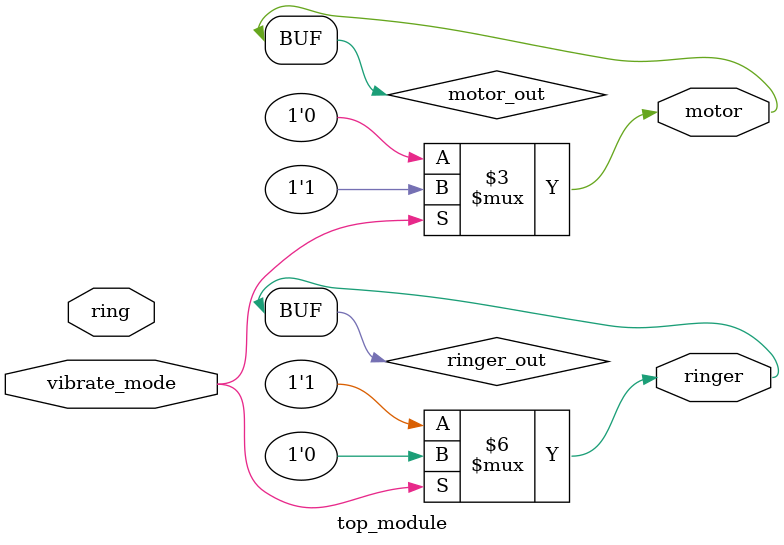
<source format=sv>
module top_module(
  input ring, 
  input vibrate_mode,
  output ringer,
  output motor
);
  reg ringer_out, motor_out;
  always @(ring or vibrate_mode) begin
    if (vibrate_mode) begin
      ringer_out <= 0;
      motor_out <= 1;
    end else begin
      ringer_out <= 1;
      motor_out <= 0;
    end
  end
  
  assign ringer = ringer_out;
  assign motor = motor_out;
endmodule

</source>
